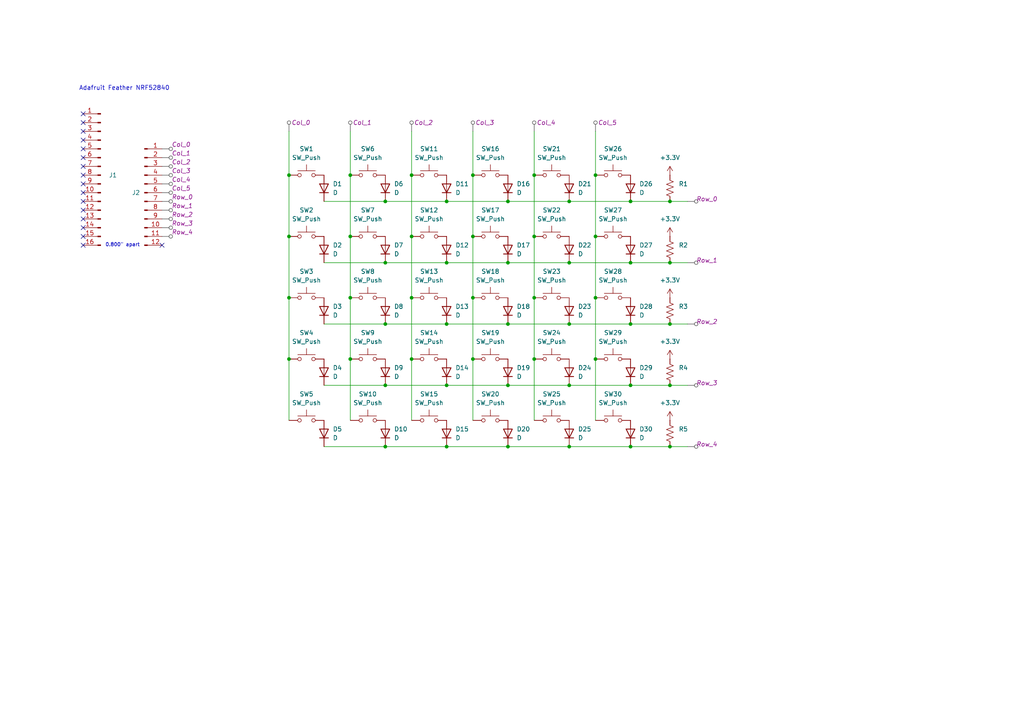
<source format=kicad_sch>
(kicad_sch (version 20231120) (generator "eeschema") (generator_version "8.0")
  (paper "A4")
  (lib_symbols
    (symbol "Connector:Conn_01x12_Pin" (pin_names (offset 1.016) hide)
      (property "Reference" "J" (at 0 15.24 0))
      (property "Value" "Conn_01x12_Pin" (at 0 -17.78 0))
      (symbol "Conn_01x12_Pin_1_1"
        (polyline (pts (xy 1.27 -15.24) (xy 0.8636 -15.24)) (stroke (width 0.1524)))
        (polyline (pts (xy 1.27 -12.7) (xy 0.8636 -12.7)) (stroke (width 0.1524)))
        (polyline (pts (xy 1.27 -10.16) (xy 0.8636 -10.16)) (stroke (width 0.1524)))
        (polyline (pts (xy 1.27 -7.62) (xy 0.8636 -7.62)) (stroke (width 0.1524)))
        (polyline (pts (xy 1.27 -5.08) (xy 0.8636 -5.08)) (stroke (width 0.1524)))
        (polyline (pts (xy 1.27 -2.54) (xy 0.8636 -2.54)) (stroke (width 0.1524)))
        (polyline (pts (xy 1.27 0) (xy 0.8636 0)) (stroke (width 0.1524)))
        (polyline (pts (xy 1.27 2.54) (xy 0.8636 2.54)) (stroke (width 0.1524)))
        (polyline (pts (xy 1.27 5.08) (xy 0.8636 5.08)) (stroke (width 0.1524)))
        (polyline (pts (xy 1.27 7.62) (xy 0.8636 7.62)) (stroke (width 0.1524)))
        (polyline (pts (xy 1.27 10.16) (xy 0.8636 10.16)) (stroke (width 0.1524)))
        (polyline (pts (xy 1.27 12.7) (xy 0.8636 12.7)) (stroke (width 0.1524)))
        (rectangle (start 0.8636 -15.113) (end 0 -15.367) (stroke (width 0.1524)) (fill (type outline)))
        (rectangle (start 0.8636 -12.573) (end 0 -12.827) (stroke (width 0.1524)) (fill (type outline)))
        (rectangle (start 0.8636 -10.033) (end 0 -10.287) (stroke (width 0.1524)) (fill (type outline)))
        (rectangle (start 0.8636 -7.493) (end 0 -7.747) (stroke (width 0.1524)) (fill (type outline)))
        (rectangle (start 0.8636 -4.953) (end 0 -5.207) (stroke (width 0.1524)) (fill (type outline)))
        (rectangle (start 0.8636 -2.413) (end 0 -2.667) (stroke (width 0.1524)) (fill (type outline)))
        (rectangle (start 0.8636 0.127) (end 0 -0.127) (stroke (width 0.1524)) (fill (type outline)))
        (rectangle (start 0.8636 2.667) (end 0 2.413) (stroke (width 0.1524)) (fill (type outline)))
        (rectangle (start 0.8636 5.207) (end 0 4.953) (stroke (width 0.1524)) (fill (type outline)))
        (rectangle (start 0.8636 7.747) (end 0 7.493) (stroke (width 0.1524)) (fill (type outline)))
        (rectangle (start 0.8636 10.287) (end 0 10.033) (stroke (width 0.1524)) (fill (type outline)))
        (rectangle (start 0.8636 12.827) (end 0 12.573) (stroke (width 0.1524)) (fill (type outline)))
        (pin passive line (at 5.08 12.7 180) (length 3.81) (name "Pin_1") (number "1"))
        (pin passive line (at 5.08 -10.16 180) (length 3.81) (name "Pin_10") (number "10"))
        (pin passive line (at 5.08 -12.7 180) (length 3.81) (name "Pin_11") (number "11"))
        (pin passive line (at 5.08 -15.24 180) (length 3.81) (name "Pin_12") (number "12"))
        (pin passive line (at 5.08 10.16 180) (length 3.81) (name "Pin_2") (number "2"))
        (pin passive line (at 5.08 7.62 180) (length 3.81) (name "Pin_3") (number "3"))
        (pin passive line (at 5.08 5.08 180) (length 3.81) (name "Pin_4") (number "4"))
        (pin passive line (at 5.08 2.54 180) (length 3.81) (name "Pin_5") (number "5"))
        (pin passive line (at 5.08 0 180) (length 3.81) (name "Pin_6") (number "6"))
        (pin passive line (at 5.08 -2.54 180) (length 3.81) (name "Pin_7") (number "7"))
        (pin passive line (at 5.08 -5.08 180) (length 3.81) (name "Pin_8") (number "8"))
        (pin passive line (at 5.08 -7.62 180) (length 3.81) (name "Pin_9") (number "9"))
      )
    )
    (symbol "Connector:Conn_01x16_Pin" (pin_names (offset 1.016) hide)
      (property "Reference" "J" (at 0 20.32 0))
      (property "Value" "Conn_01x16_Pin" (at 0 -22.86 0))
      (symbol "Conn_01x16_Pin_1_1"
        (polyline (pts (xy 1.27 -20.32) (xy 0.8636 -20.32)) (stroke (width 0.1524)))
        (polyline (pts (xy 1.27 -17.78) (xy 0.8636 -17.78)) (stroke (width 0.1524)))
        (polyline (pts (xy 1.27 -15.24) (xy 0.8636 -15.24)) (stroke (width 0.1524)))
        (polyline (pts (xy 1.27 -12.7) (xy 0.8636 -12.7)) (stroke (width 0.1524)))
        (polyline (pts (xy 1.27 -10.16) (xy 0.8636 -10.16)) (stroke (width 0.1524)))
        (polyline (pts (xy 1.27 -7.62) (xy 0.8636 -7.62)) (stroke (width 0.1524)))
        (polyline (pts (xy 1.27 -5.08) (xy 0.8636 -5.08)) (stroke (width 0.1524)))
        (polyline (pts (xy 1.27 -2.54) (xy 0.8636 -2.54)) (stroke (width 0.1524)))
        (polyline (pts (xy 1.27 0) (xy 0.8636 0)) (stroke (width 0.1524)))
        (polyline (pts (xy 1.27 2.54) (xy 0.8636 2.54)) (stroke (width 0.1524)))
        (polyline (pts (xy 1.27 5.08) (xy 0.8636 5.08)) (stroke (width 0.1524)))
        (polyline (pts (xy 1.27 7.62) (xy 0.8636 7.62)) (stroke (width 0.1524)))
        (polyline (pts (xy 1.27 10.16) (xy 0.8636 10.16)) (stroke (width 0.1524)))
        (polyline (pts (xy 1.27 12.7) (xy 0.8636 12.7)) (stroke (width 0.1524)))
        (polyline (pts (xy 1.27 15.24) (xy 0.8636 15.24)) (stroke (width 0.1524)))
        (polyline (pts (xy 1.27 17.78) (xy 0.8636 17.78)) (stroke (width 0.1524)))
        (rectangle (start 0.8636 -20.193) (end 0 -20.447) (stroke (width 0.1524)) (fill (type outline)))
        (rectangle (start 0.8636 -17.653) (end 0 -17.907) (stroke (width 0.1524)) (fill (type outline)))
        (rectangle (start 0.8636 -15.113) (end 0 -15.367) (stroke (width 0.1524)) (fill (type outline)))
        (rectangle (start 0.8636 -12.573) (end 0 -12.827) (stroke (width 0.1524)) (fill (type outline)))
        (rectangle (start 0.8636 -10.033) (end 0 -10.287) (stroke (width 0.1524)) (fill (type outline)))
        (rectangle (start 0.8636 -7.493) (end 0 -7.747) (stroke (width 0.1524)) (fill (type outline)))
        (rectangle (start 0.8636 -4.953) (end 0 -5.207) (stroke (width 0.1524)) (fill (type outline)))
        (rectangle (start 0.8636 -2.413) (end 0 -2.667) (stroke (width 0.1524)) (fill (type outline)))
        (rectangle (start 0.8636 0.127) (end 0 -0.127) (stroke (width 0.1524)) (fill (type outline)))
        (rectangle (start 0.8636 2.667) (end 0 2.413) (stroke (width 0.1524)) (fill (type outline)))
        (rectangle (start 0.8636 5.207) (end 0 4.953) (stroke (width 0.1524)) (fill (type outline)))
        (rectangle (start 0.8636 7.747) (end 0 7.493) (stroke (width 0.1524)) (fill (type outline)))
        (rectangle (start 0.8636 10.287) (end 0 10.033) (stroke (width 0.1524)) (fill (type outline)))
        (rectangle (start 0.8636 12.827) (end 0 12.573) (stroke (width 0.1524)) (fill (type outline)))
        (rectangle (start 0.8636 15.367) (end 0 15.113) (stroke (width 0.1524)) (fill (type outline)))
        (rectangle (start 0.8636 17.907) (end 0 17.653) (stroke (width 0.1524)) (fill (type outline)))
        (pin passive line (at 5.08 17.78 180) (length 3.81) (name "Pin_1") (number "1"))
        (pin passive line (at 5.08 -5.08 180) (length 3.81) (name "Pin_10") (number "10"))
        (pin passive line (at 5.08 -7.62 180) (length 3.81) (name "Pin_11") (number "11"))
        (pin passive line (at 5.08 -10.16 180) (length 3.81) (name "Pin_12") (number "12"))
        (pin passive line (at 5.08 -12.7 180) (length 3.81) (name "Pin_13") (number "13"))
        (pin passive line (at 5.08 -15.24 180) (length 3.81) (name "Pin_14") (number "14"))
        (pin passive line (at 5.08 -17.78 180) (length 3.81) (name "Pin_15") (number "15"))
        (pin passive line (at 5.08 -20.32 180) (length 3.81) (name "Pin_16") (number "16"))
        (pin passive line (at 5.08 15.24 180) (length 3.81) (name "Pin_2") (number "2"))
        (pin passive line (at 5.08 12.7 180) (length 3.81) (name "Pin_3") (number "3"))
        (pin passive line (at 5.08 10.16 180) (length 3.81) (name "Pin_4") (number "4"))
        (pin passive line (at 5.08 7.62 180) (length 3.81) (name "Pin_5") (number "5"))
        (pin passive line (at 5.08 5.08 180) (length 3.81) (name "Pin_6") (number "6"))
        (pin passive line (at 5.08 2.54 180) (length 3.81) (name "Pin_7") (number "7"))
        (pin passive line (at 5.08 0 180) (length 3.81) (name "Pin_8") (number "8"))
        (pin passive line (at 5.08 -2.54 180) (length 3.81) (name "Pin_9") (number "9"))
      )
    )
    (symbol "Device:D" (pin_numbers hide) (pin_names (offset 1.016) hide)
      (property "Reference" "D" (at 0 2.54 0))
      (property "Value" "D" (at 0 -2.54 0))
      (symbol "D_0_1"
        (polyline (pts (xy -1.27 1.27) (xy -1.27 -1.27)) (stroke (width 0.254)))
        (polyline (pts (xy 1.27 0) (xy -1.27 0)))
        (polyline (pts (xy 1.27 1.27) (xy 1.27 -1.27) (xy -1.27 0) (xy 1.27 1.27)) (stroke (width 0.254)))
      )
      (symbol "D_1_1"
        (pin passive line (at -3.81 0 0) (length 2.54) (name "K") (number "1"))
        (pin passive line (at 3.81 0 180) (length 2.54) (name "A") (number "2"))
      )
    )
    (symbol "Device:R_US" (pin_numbers hide) (pin_names (offset 0))
      (property "Reference" "R" (at 2.54 0 90))
      (property "Value" "R_US" (at -2.54 0 90))
      (symbol "R_US_0_1"
        (polyline (pts (xy 0 -2.286) (xy 0 -2.54)))
        (polyline (pts (xy 0 2.286) (xy 0 2.54)))
        (polyline (pts (xy 0 -0.762) (xy 1.016 -1.143) (xy 0 -1.524) (xy -1.016 -1.905) (xy 0 -2.286)))
        (polyline (pts (xy 0 0.762) (xy 1.016 0.381) (xy 0 0) (xy -1.016 -0.381) (xy 0 -0.762)))
        (polyline (pts (xy 0 2.286) (xy 1.016 1.905) (xy 0 1.524) (xy -1.016 1.143) (xy 0 0.762)))
      )
      (symbol "R_US_1_1"
        (pin passive line (at 0 3.81 270) (length 1.27) (name "~") (number "1"))
        (pin passive line (at 0 -3.81 90) (length 1.27) (name "~") (number "2"))
      )
    )
    (symbol "Switch:SW_Push" (pin_numbers hide) (pin_names (offset 1.016) hide)
      (property "Reference" "SW" (at 1.27 2.54 0))
      (property "Value" "SW_Push" (at 0 -1.524 0))
      (symbol "SW_Push_0_1"
        (circle (center -2.032 0) (radius 0.508))
        (polyline (pts (xy 0 1.27) (xy 0 3.048)))
        (polyline (pts (xy 2.54 1.27) (xy -2.54 1.27)))
        (circle (center 2.032 0) (radius 0.508))
        (pin passive line (at -5.08 0 0) (length 2.54) (name "1") (number "1"))
        (pin passive line (at 5.08 0 180) (length 2.54) (name "2") (number "2"))
      )
    )
    (symbol "power:+3.3V" (power) (pin_numbers hide) (pin_names (offset 0) hide)
      (property "Value" "+3.3V" (at 0 3.556 0))
      (symbol "+3.3V_0_1"
        (polyline (pts (xy -0.762 1.27) (xy 0 2.54)))
        (polyline (pts (xy 0 0) (xy 0 2.54)))
        (polyline (pts (xy 0 2.54) (xy 0.762 1.27)))
      )
      (symbol "+3.3V_1_1"
        (pin power_in line (at 0 0 90) (length 0) (name "~") (number "1"))
      )
    )
  )
  (junction (at 111.76 93.98))
  (junction (at 194.31 111.76))
  (junction (at 119.38 86.36))
  (junction (at 129.54 111.76))
  (junction (at 165.1 76.2))
  (junction (at 111.76 129.54))
  (junction (at 147.32 111.76))
  (junction (at 147.32 76.2))
  (junction (at 182.88 58.42))
  (junction (at 182.88 129.54))
  (junction (at 194.31 76.2))
  (junction (at 182.88 93.98))
  (junction (at 182.88 76.2))
  (junction (at 165.1 111.76))
  (junction (at 154.94 50.8))
  (junction (at 147.32 129.54))
  (junction (at 101.6 104.14))
  (junction (at 111.76 76.2))
  (junction (at 129.54 58.42))
  (junction (at 83.82 50.8))
  (junction (at 101.6 50.8))
  (junction (at 101.6 68.58))
  (junction (at 83.82 86.36))
  (junction (at 147.32 58.42))
  (junction (at 83.82 104.14))
  (junction (at 119.38 50.8))
  (junction (at 137.16 104.14))
  (junction (at 101.6 86.36))
  (junction (at 172.72 68.58))
  (junction (at 137.16 68.58))
  (junction (at 129.54 76.2))
  (junction (at 165.1 93.98))
  (junction (at 172.72 104.14))
  (junction (at 119.38 104.14))
  (junction (at 154.94 68.58))
  (junction (at 137.16 50.8))
  (junction (at 111.76 58.42))
  (junction (at 129.54 129.54))
  (junction (at 154.94 104.14))
  (junction (at 129.54 93.98))
  (junction (at 111.76 111.76))
  (junction (at 172.72 86.36))
  (junction (at 147.32 93.98))
  (junction (at 194.31 93.98))
  (junction (at 165.1 58.42))
  (junction (at 172.72 50.8))
  (junction (at 194.31 58.42))
  (junction (at 83.82 68.58))
  (junction (at 119.38 68.58))
  (junction (at 182.88 111.76))
  (junction (at 137.16 86.36))
  (junction (at 165.1 129.54))
  (junction (at 194.31 129.54))
  (junction (at 154.94 86.36))
  (no_connect (at 46.99 71.12))
  (no_connect (at 24.13 35.56))
  (no_connect (at 24.13 50.8))
  (no_connect (at 24.13 40.64))
  (no_connect (at 24.13 38.1))
  (no_connect (at 24.13 55.88))
  (no_connect (at 24.13 53.34))
  (no_connect (at 24.13 45.72))
  (no_connect (at 24.13 60.96))
  (no_connect (at 24.13 63.5))
  (no_connect (at 24.13 68.58))
  (no_connect (at 24.13 66.04))
  (no_connect (at 24.13 43.18))
  (no_connect (at 24.13 48.26))
  (no_connect (at 24.13 33.02))
  (no_connect (at 24.13 71.12))
  (no_connect (at 24.13 58.42))
  (wire (pts (xy 147.32 93.98) (xy 165.1 93.98)))
  (wire (pts (xy 101.6 50.8) (xy 101.6 68.58)))
  (wire (pts (xy 111.76 93.98) (xy 129.54 93.98)))
  (wire (pts (xy 194.31 129.54) (xy 182.88 129.54)))
  (wire (pts (xy 165.1 76.2) (xy 182.88 76.2)))
  (wire (pts (xy 129.54 129.54) (xy 147.32 129.54)))
  (wire (pts (xy 154.94 86.36) (xy 154.94 104.14)))
  (wire (pts (xy 199.39 76.2) (xy 194.31 76.2)))
  (wire (pts (xy 111.76 129.54) (xy 129.54 129.54)))
  (wire (pts (xy 119.38 68.58) (xy 119.38 86.36)))
  (wire (pts (xy 101.6 104.14) (xy 101.6 121.92)))
  (wire (pts (xy 137.16 68.58) (xy 137.16 86.36)))
  (wire (pts (xy 129.54 93.98) (xy 147.32 93.98)))
  (wire (pts (xy 172.72 50.8) (xy 172.72 68.58)))
  (wire (pts (xy 93.98 111.76) (xy 111.76 111.76)))
  (wire (pts (xy 93.98 129.54) (xy 111.76 129.54)))
  (wire (pts (xy 154.94 104.14) (xy 154.94 121.92)))
  (wire (pts (xy 93.98 76.2) (xy 111.76 76.2)))
  (wire (pts (xy 194.31 93.98) (xy 182.88 93.98)))
  (wire (pts (xy 194.31 111.76) (xy 182.88 111.76)))
  (wire (pts (xy 147.32 76.2) (xy 165.1 76.2)))
  (wire (pts (xy 129.54 111.76) (xy 147.32 111.76)))
  (wire (pts (xy 172.72 104.14) (xy 172.72 121.92)))
  (wire (pts (xy 83.82 86.36) (xy 83.82 104.14)))
  (wire (pts (xy 147.32 111.76) (xy 165.1 111.76)))
  (wire (pts (xy 119.38 50.8) (xy 119.38 68.58)))
  (wire (pts (xy 83.82 50.8) (xy 83.82 68.58)))
  (wire (pts (xy 111.76 58.42) (xy 129.54 58.42)))
  (wire (pts (xy 172.72 86.36) (xy 172.72 104.14)))
  (wire (pts (xy 129.54 76.2) (xy 147.32 76.2)))
  (wire (pts (xy 93.98 93.98) (xy 111.76 93.98)))
  (wire (pts (xy 111.76 76.2) (xy 129.54 76.2)))
  (wire (pts (xy 199.39 93.98) (xy 194.31 93.98)))
  (wire (pts (xy 154.94 50.8) (xy 154.94 68.58)))
  (wire (pts (xy 165.1 58.42) (xy 182.88 58.42)))
  (wire (pts (xy 165.1 111.76) (xy 182.88 111.76)))
  (wire (pts (xy 101.6 38.1) (xy 101.6 50.8)))
  (wire (pts (xy 147.32 58.42) (xy 165.1 58.42)))
  (wire (pts (xy 119.38 38.1) (xy 119.38 50.8)))
  (wire (pts (xy 194.31 58.42) (xy 199.39 58.42)))
  (wire (pts (xy 172.72 38.1) (xy 172.72 50.8)))
  (wire (pts (xy 111.76 111.76) (xy 129.54 111.76)))
  (wire (pts (xy 154.94 68.58) (xy 154.94 86.36)))
  (wire (pts (xy 83.82 38.1) (xy 83.82 50.8)))
  (wire (pts (xy 165.1 129.54) (xy 182.88 129.54)))
  (wire (pts (xy 199.39 111.76) (xy 194.31 111.76)))
  (wire (pts (xy 137.16 104.14) (xy 137.16 121.92)))
  (wire (pts (xy 194.31 76.2) (xy 182.88 76.2)))
  (wire (pts (xy 93.98 58.42) (xy 111.76 58.42)))
  (wire (pts (xy 199.39 129.54) (xy 194.31 129.54)))
  (wire (pts (xy 172.72 68.58) (xy 172.72 86.36)))
  (wire (pts (xy 119.38 86.36) (xy 119.38 104.14)))
  (wire (pts (xy 137.16 38.1) (xy 137.16 50.8)))
  (wire (pts (xy 119.38 104.14) (xy 119.38 121.92)))
  (wire (pts (xy 101.6 68.58) (xy 101.6 86.36)))
  (wire (pts (xy 147.32 129.54) (xy 165.1 129.54)))
  (wire (pts (xy 165.1 93.98) (xy 182.88 93.98)))
  (wire (pts (xy 83.82 104.14) (xy 83.82 121.92)))
  (wire (pts (xy 83.82 68.58) (xy 83.82 86.36)))
  (wire (pts (xy 101.6 86.36) (xy 101.6 104.14)))
  (wire (pts (xy 137.16 50.8) (xy 137.16 68.58)))
  (wire (pts (xy 129.54 58.42) (xy 147.32 58.42)))
  (wire (pts (xy 182.88 58.42) (xy 194.31 58.42)))
  (wire (pts (xy 154.94 38.1) (xy 154.94 50.8)))
  (wire (pts (xy 137.16 86.36) (xy 137.16 104.14)))
  (text "0.800\" apart" (at 35.56 71.12 0) (effects (font (size 1.016 1.016))))
  (text "Adafruit Feather NRF52840" (at 36.068 25.654 0) (effects (font (size 1.27 1.27))))
  (netclass_flag "" (length 2.54) (shape round) (at 46.99 53.34 270) (property "Netclass" "Col_4" (at 49.784 52.07 0) (effects (font (italic yes)) (justify left))))
  (netclass_flag "" (length 2.54) (shape round) (at 172.72 38.1 0) (property "Netclass" "Col_5" (at 173.4185 35.56 0) (effects (font (italic yes)) (justify left))))
  (netclass_flag "" (length 2.54) (shape round) (at 119.38 38.1 0) (property "Netclass" "Col_2" (at 120.0785 35.56 0) (effects (font (italic yes)) (justify left))))
  (netclass_flag "" (length 2.54) (shape round) (at 137.16 38.1 0) (property "Netclass" "Col_3" (at 137.8585 35.56 0) (effects (font (italic yes)) (justify left))))
  (netclass_flag "" (length 2.54) (shape round) (at 46.99 45.72 270) (property "Netclass" "Col_1" (at 49.784 44.45 0) (effects (font (italic yes)) (justify left))))
  (netclass_flag "" (length 2.54) (shape round) (at 199.39 58.42 270) (property "Netclass" "Row_0" (at 201.93 57.7215 0) (effects (font (italic yes)) (justify left))))
  (netclass_flag "" (length 2.54) (shape round) (at 199.39 76.2 270) (property "Netclass" "Row_1" (at 201.93 75.5015 0) (effects (font (italic yes)) (justify left))))
  (netclass_flag "" (length 2.54) (shape round) (at 46.99 60.96 270) (property "Netclass" "Row_1" (at 49.784 59.69 0) (effects (font (italic yes)) (justify left))))
  (netclass_flag "" (length 2.54) (shape round) (at 199.39 129.54 270) (property "Netclass" "Row_4" (at 201.93 128.8415 0) (effects (font (italic yes)) (justify left))))
  (netclass_flag "" (length 2.54) (shape round) (at 46.99 66.04 270) (property "Netclass" "Row_3" (at 49.784 64.77 0) (effects (font (italic yes)) (justify left))))
  (netclass_flag "" (length 2.54) (shape round) (at 46.99 58.42 270) (property "Netclass" "Row_0" (at 49.784 57.15 0) (effects (font (italic yes)) (justify left))))
  (netclass_flag "" (length 2.54) (shape round) (at 46.99 68.58 270) (property "Netclass" "Row_4" (at 49.784 67.31 0) (effects (font (italic yes)) (justify left))))
  (netclass_flag "" (length 2.54) (shape round) (at 101.6 38.1 0) (property "Netclass" "Col_1" (at 102.2985 35.56 0) (effects (font (italic yes)) (justify left))))
  (netclass_flag "" (length 2.54) (shape round) (at 46.99 50.8 270) (property "Netclass" "Col_3" (at 49.784 49.53 0) (effects (font (italic yes)) (justify left))))
  (netclass_flag "" (length 2.54) (shape round) (at 83.82 38.1 0) (property "Netclass" "Col_0" (at 84.5185 35.56 0) (effects (font (italic yes)) (justify left))))
  (netclass_flag "" (length 2.54) (shape round) (at 199.39 111.76 270) (property "Netclass" "Row_3" (at 201.93 111.0615 0) (effects (font (italic yes)) (justify left))))
  (netclass_flag "" (length 2.54) (shape round) (at 46.99 43.18 270) (property "Netclass" "Col_0" (at 49.784 41.91 0) (effects (font (italic yes)) (justify left))))
  (netclass_flag "" (length 2.54) (shape round) (at 154.94 38.1 0) (property "Netclass" "Col_4" (at 155.6385 35.56 0) (effects (font (italic yes)) (justify left))))
  (netclass_flag "" (length 2.54) (shape round) (at 199.39 93.98 270) (property "Netclass" "Row_2" (at 201.93 93.2815 0) (effects (font (italic yes)) (justify left))))
  (netclass_flag "" (length 2.54) (shape round) (at 46.99 55.88 270) (property "Netclass" "Col_5" (at 49.784 54.61 0) (effects (font (italic yes)) (justify left))))
  (netclass_flag "" (length 2.54) (shape round) (at 46.99 63.5 270) (property "Netclass" "Row_2" (at 49.784 62.23 0) (effects (font (italic yes)) (justify left))))
  (netclass_flag "" (length 2.54) (shape round) (at 46.99 48.26 270) (property "Netclass" "Col_2" (at 49.784 46.99 0) (effects (font (italic yes)) (justify left))))
  (symbol (lib_id "Device:D") (at 182.88 107.95 90) (unit 1)
    (property "Reference" "D29" (at 185.42 106.6799 90) (effects (justify right)))
    (property "Value" "D" (at 185.42 109.2199 90) (effects (justify right)))
    (property "Footprint" "Diode_SMD:Nexperia_CFP3_SOD-123W" (effects (hide yes)))
    (property "Description" "Diode" (effects (hide yes)))
    (property "Sim.Device" "D" (effects (hide yes)))
    (property "Sim.Pins" "1=K 2=A" (effects (hide yes)))
  )
  (symbol (lib_id "Switch:SW_Push") (at 88.9 68.58 0) (unit 1)
    (property "Reference" "SW2" (at 88.9 60.96 0))
    (property "Value" "SW_Push" (at 88.9 63.5 0))
    (property "Footprint" "Button_Switch_Keyboard:SW_Cherry_MX_1.00u_PCB" (effects (hide yes)))
    (property "Description" "Push button switch, generic, two pins" (effects (hide yes)))
  )
  (symbol (lib_id "Switch:SW_Push") (at 160.02 68.58 0) (unit 1)
    (property "Reference" "SW22" (at 160.02 60.96 0))
    (property "Value" "SW_Push" (at 160.02 63.5 0))
    (property "Footprint" "Button_Switch_Keyboard:SW_Cherry_MX_1.00u_PCB" (effects (hide yes)))
    (property "Description" "Push button switch, generic, two pins" (effects (hide yes)))
  )
  (symbol (lib_id "Device:D") (at 111.76 90.17 90) (unit 1)
    (property "Reference" "D8" (at 114.3 88.8999 90) (effects (justify right)))
    (property "Value" "D" (at 114.3 91.4399 90) (effects (justify right)))
    (property "Footprint" "Diode_SMD:Nexperia_CFP3_SOD-123W" (effects (hide yes)))
    (property "Description" "Diode" (effects (hide yes)))
    (property "Sim.Device" "D" (effects (hide yes)))
    (property "Sim.Pins" "1=K 2=A" (effects (hide yes)))
  )
  (symbol (lib_id "Device:R_US") (at 194.31 90.17 0) (unit 1)
    (property "Reference" "R3" (at 196.85 88.8999 0) (effects (justify left)))
    (property "Value" "R_US" (effects (hide yes)))
    (property "Footprint" "Resistor_SMD:R_0603_1608Metric" (effects (hide yes)))
    (property "Description" "Resistor, US symbol" (effects (hide yes)))
  )
  (symbol (lib_id "Device:D") (at 147.32 54.61 90) (unit 1)
    (property "Reference" "D16" (at 149.86 53.3399 90) (effects (justify right)))
    (property "Value" "D" (at 149.86 55.8799 90) (effects (justify right)))
    (property "Footprint" "Diode_SMD:Nexperia_CFP3_SOD-123W" (effects (hide yes)))
    (property "Description" "Diode" (effects (hide yes)))
    (property "Sim.Device" "D" (effects (hide yes)))
    (property "Sim.Pins" "1=K 2=A" (effects (hide yes)))
  )
  (symbol (lib_id "Device:D") (at 93.98 90.17 90) (unit 1)
    (property "Reference" "D3" (at 96.52 88.8999 90) (effects (justify right)))
    (property "Value" "D" (at 96.52 91.4399 90) (effects (justify right)))
    (property "Footprint" "Diode_SMD:Nexperia_CFP3_SOD-123W" (effects (hide yes)))
    (property "Description" "Diode" (effects (hide yes)))
    (property "Sim.Device" "D" (effects (hide yes)))
    (property "Sim.Pins" "1=K 2=A" (effects (hide yes)))
  )
  (symbol (lib_id "Device:D") (at 111.76 125.73 90) (unit 1)
    (property "Reference" "D10" (at 114.3 124.4599 90) (effects (justify right)))
    (property "Value" "D" (at 114.3 126.9999 90) (effects (justify right)))
    (property "Footprint" "Diode_SMD:Nexperia_CFP3_SOD-123W" (effects (hide yes)))
    (property "Description" "Diode" (effects (hide yes)))
    (property "Sim.Device" "D" (effects (hide yes)))
    (property "Sim.Pins" "1=K 2=A" (effects (hide yes)))
  )
  (symbol (lib_id "Connector:Conn_01x16_Pin") (at 29.21 50.8 0) (mirror y) (unit 1)
    (property "Reference" "J1" (at 32.766 50.8 0))
    (property "Value" "Adafruit_Feather_16_pin" (effects (hide yes)))
    (property "Footprint" "Connector_PinSocket_2.54mm:PinSocket_1x16_P2.54mm_Vertical" (effects (hide yes)))
    (property "Description" "Generic connector, single row, 01x16, script generated" (effects (hide yes)))
  )
  (symbol (lib_id "Device:R_US") (at 194.31 125.73 0) (unit 1)
    (property "Reference" "R5" (at 196.85 124.4599 0) (effects (justify left)))
    (property "Value" "R_US" (effects (hide yes)))
    (property "Footprint" "Resistor_SMD:R_0603_1608Metric" (effects (hide yes)))
    (property "Description" "Resistor, US symbol" (effects (hide yes)))
  )
  (symbol (lib_id "Device:D") (at 182.88 90.17 90) (unit 1)
    (property "Reference" "D28" (at 185.42 88.8999 90) (effects (justify right)))
    (property "Value" "D" (at 185.42 91.4399 90) (effects (justify right)))
    (property "Footprint" "Diode_SMD:Nexperia_CFP3_SOD-123W" (effects (hide yes)))
    (property "Description" "Diode" (effects (hide yes)))
    (property "Sim.Device" "D" (effects (hide yes)))
    (property "Sim.Pins" "1=K 2=A" (effects (hide yes)))
  )
  (symbol (lib_id "Device:D") (at 165.1 125.73 90) (unit 1)
    (property "Reference" "D25" (at 167.64 124.4599 90) (effects (justify right)))
    (property "Value" "D" (at 167.64 126.9999 90) (effects (justify right)))
    (property "Footprint" "Diode_SMD:Nexperia_CFP3_SOD-123W" (effects (hide yes)))
    (property "Description" "Diode" (effects (hide yes)))
    (property "Sim.Device" "D" (effects (hide yes)))
    (property "Sim.Pins" "1=K 2=A" (effects (hide yes)))
  )
  (symbol (lib_id "Switch:SW_Push") (at 177.8 68.58 0) (unit 1)
    (property "Reference" "SW27" (at 177.8 60.96 0))
    (property "Value" "SW_Push" (at 177.8 63.5 0))
    (property "Footprint" "Button_Switch_Keyboard:SW_Cherry_MX_1.00u_PCB" (effects (hide yes)))
    (property "Description" "Push button switch, generic, two pins" (effects (hide yes)))
  )
  (symbol (lib_id "Switch:SW_Push") (at 142.24 121.92 0) (unit 1)
    (property "Reference" "SW20" (at 142.24 114.3 0))
    (property "Value" "SW_Push" (at 142.24 116.84 0))
    (property "Footprint" "Button_Switch_Keyboard:SW_Cherry_MX_1.00u_PCB" (effects (hide yes)))
    (property "Description" "Push button switch, generic, two pins" (effects (hide yes)))
  )
  (symbol (lib_id "Switch:SW_Push") (at 88.9 104.14 0) (unit 1)
    (property "Reference" "SW4" (at 88.9 96.52 0))
    (property "Value" "SW_Push" (at 88.9 99.06 0))
    (property "Footprint" "Button_Switch_Keyboard:SW_Cherry_MX_1.00u_PCB" (effects (hide yes)))
    (property "Description" "Push button switch, generic, two pins" (effects (hide yes)))
  )
  (symbol (lib_id "Switch:SW_Push") (at 88.9 121.92 0) (unit 1)
    (property "Reference" "SW5" (at 88.9 114.3 0))
    (property "Value" "SW_Push" (at 88.9 116.84 0))
    (property "Footprint" "Button_Switch_Keyboard:SW_Cherry_MX_1.00u_PCB" (effects (hide yes)))
    (property "Description" "Push button switch, generic, two pins" (effects (hide yes)))
  )
  (symbol (lib_id "Switch:SW_Push") (at 142.24 86.36 0) (unit 1)
    (property "Reference" "SW18" (at 142.24 78.74 0))
    (property "Value" "SW_Push" (at 142.24 81.28 0))
    (property "Footprint" "Button_Switch_Keyboard:SW_Cherry_MX_1.00u_PCB" (effects (hide yes)))
    (property "Description" "Push button switch, generic, two pins" (effects (hide yes)))
  )
  (symbol (lib_id "Device:D") (at 165.1 107.95 90) (unit 1)
    (property "Reference" "D24" (at 167.64 106.6799 90) (effects (justify right)))
    (property "Value" "D" (at 167.64 109.2199 90) (effects (justify right)))
    (property "Footprint" "Diode_SMD:Nexperia_CFP3_SOD-123W" (effects (hide yes)))
    (property "Description" "Diode" (effects (hide yes)))
    (property "Sim.Device" "D" (effects (hide yes)))
    (property "Sim.Pins" "1=K 2=A" (effects (hide yes)))
  )
  (symbol (lib_id "Device:D") (at 111.76 54.61 90) (unit 1)
    (property "Reference" "D6" (at 114.3 53.3399 90) (effects (justify right)))
    (property "Value" "D" (at 114.3 55.8799 90) (effects (justify right)))
    (property "Footprint" "Diode_SMD:Nexperia_CFP3_SOD-123W" (effects (hide yes)))
    (property "Description" "Diode" (effects (hide yes)))
    (property "Sim.Device" "D" (effects (hide yes)))
    (property "Sim.Pins" "1=K 2=A" (effects (hide yes)))
  )
  (symbol (lib_id "Switch:SW_Push") (at 160.02 50.8 0) (unit 1)
    (property "Reference" "SW21" (at 160.02 43.18 0))
    (property "Value" "SW_Push" (at 160.02 45.72 0))
    (property "Footprint" "Button_Switch_Keyboard:SW_Cherry_MX_1.00u_PCB" (effects (hide yes)))
    (property "Description" "Push button switch, generic, two pins" (effects (hide yes)))
  )
  (symbol (lib_id "Device:D") (at 93.98 107.95 90) (unit 1)
    (property "Reference" "D4" (at 96.52 106.6799 90) (effects (justify right)))
    (property "Value" "D" (at 96.52 109.2199 90) (effects (justify right)))
    (property "Footprint" "Diode_SMD:Nexperia_CFP3_SOD-123W" (effects (hide yes)))
    (property "Description" "Diode" (effects (hide yes)))
    (property "Sim.Device" "D" (effects (hide yes)))
    (property "Sim.Pins" "1=K 2=A" (effects (hide yes)))
  )
  (symbol (lib_id "Switch:SW_Push") (at 124.46 121.92 0) (unit 1)
    (property "Reference" "SW15" (at 124.46 114.3 0))
    (property "Value" "SW_Push" (at 124.46 116.84 0))
    (property "Footprint" "Button_Switch_Keyboard:SW_Cherry_MX_1.00u_PCB" (effects (hide yes)))
    (property "Description" "Push button switch, generic, two pins" (effects (hide yes)))
  )
  (symbol (lib_id "Device:D") (at 165.1 72.39 90) (unit 1)
    (property "Reference" "D22" (at 167.64 71.1199 90) (effects (justify right)))
    (property "Value" "D" (at 167.64 73.6599 90) (effects (justify right)))
    (property "Footprint" "Diode_SMD:Nexperia_CFP3_SOD-123W" (effects (hide yes)))
    (property "Description" "Diode" (effects (hide yes)))
    (property "Sim.Device" "D" (effects (hide yes)))
    (property "Sim.Pins" "1=K 2=A" (effects (hide yes)))
  )
  (symbol (lib_id "power:+3.3V") (at 194.31 50.8 0) (unit 1)
    (property "Reference" "#PWR01" (effects (hide yes)))
    (property "Value" "+3.3V" (at 194.31 45.72 0))
    (property "Description" "Power symbol creates a global label with name \"+3.3V\"" (effects (hide yes)))
  )
  (symbol (lib_id "Switch:SW_Push") (at 177.8 104.14 0) (unit 1)
    (property "Reference" "SW29" (at 177.8 96.52 0))
    (property "Value" "SW_Push" (at 177.8 99.06 0))
    (property "Footprint" "Button_Switch_Keyboard:SW_Cherry_MX_1.00u_PCB" (effects (hide yes)))
    (property "Description" "Push button switch, generic, two pins" (effects (hide yes)))
  )
  (symbol (lib_id "Connector:Conn_01x12_Pin") (at 41.91 55.88 0) (unit 1)
    (property "Reference" "J2" (at 40.64 55.8799 0) (effects (justify right)))
    (property "Value" "Adafruit_feather_12_pin" (effects (hide yes)))
    (property "Footprint" "Connector_PinHeader_2.54mm:PinHeader_1x12_P2.54mm_Vertical" (effects (hide yes)))
    (property "Description" "Generic connector, single row, 01x12, script generated" (effects (hide yes)))
  )
  (symbol (lib_id "Switch:SW_Push") (at 142.24 50.8 0) (unit 1)
    (property "Reference" "SW16" (at 142.24 43.18 0))
    (property "Value" "SW_Push" (at 142.24 45.72 0))
    (property "Footprint" "Button_Switch_Keyboard:SW_Cherry_MX_1.00u_PCB" (effects (hide yes)))
    (property "Description" "Push button switch, generic, two pins" (effects (hide yes)))
  )
  (symbol (lib_id "Device:R_US") (at 194.31 54.61 0) (unit 1)
    (property "Reference" "R1" (at 196.85 53.3399 0) (effects (justify left)))
    (property "Value" "R_US" (effects (hide yes)))
    (property "Footprint" "Resistor_SMD:R_0603_1608Metric" (effects (hide yes)))
    (property "Description" "Resistor, US symbol" (effects (hide yes)))
  )
  (symbol (lib_id "Switch:SW_Push") (at 160.02 86.36 0) (unit 1)
    (property "Reference" "SW23" (at 160.02 78.74 0))
    (property "Value" "SW_Push" (at 160.02 81.28 0))
    (property "Footprint" "Button_Switch_Keyboard:SW_Cherry_MX_1.00u_PCB" (effects (hide yes)))
    (property "Description" "Push button switch, generic, two pins" (effects (hide yes)))
  )
  (symbol (lib_id "Device:D") (at 129.54 125.73 90) (unit 1)
    (property "Reference" "D15" (at 132.08 124.4599 90) (effects (justify right)))
    (property "Value" "D" (at 132.08 126.9999 90) (effects (justify right)))
    (property "Footprint" "Diode_SMD:Nexperia_CFP3_SOD-123W" (effects (hide yes)))
    (property "Description" "Diode" (effects (hide yes)))
    (property "Sim.Device" "D" (effects (hide yes)))
    (property "Sim.Pins" "1=K 2=A" (effects (hide yes)))
  )
  (symbol (lib_id "Device:D") (at 165.1 90.17 90) (unit 1)
    (property "Reference" "D23" (at 167.64 88.8999 90) (effects (justify right)))
    (property "Value" "D" (at 167.64 91.4399 90) (effects (justify right)))
    (property "Footprint" "Diode_SMD:Nexperia_CFP3_SOD-123W" (effects (hide yes)))
    (property "Description" "Diode" (effects (hide yes)))
    (property "Sim.Device" "D" (effects (hide yes)))
    (property "Sim.Pins" "1=K 2=A" (effects (hide yes)))
  )
  (symbol (lib_id "Switch:SW_Push") (at 160.02 121.92 0) (unit 1)
    (property "Reference" "SW25" (at 160.02 114.3 0))
    (property "Value" "SW_Push" (at 160.02 116.84 0))
    (property "Footprint" "Button_Switch_Keyboard:SW_Cherry_MX_1.00u_PCB" (effects (hide yes)))
    (property "Description" "Push button switch, generic, two pins" (effects (hide yes)))
  )
  (symbol (lib_id "Switch:SW_Push") (at 177.8 86.36 0) (unit 1)
    (property "Reference" "SW28" (at 177.8 78.74 0))
    (property "Value" "SW_Push" (at 177.8 81.28 0))
    (property "Footprint" "Button_Switch_Keyboard:SW_Cherry_MX_1.00u_PCB" (effects (hide yes)))
    (property "Description" "Push button switch, generic, two pins" (effects (hide yes)))
  )
  (symbol (lib_id "Device:R_US") (at 194.31 107.95 0) (unit 1)
    (property "Reference" "R4" (at 196.85 106.6799 0) (effects (justify left)))
    (property "Value" "R_US" (effects (hide yes)))
    (property "Footprint" "Resistor_SMD:R_0603_1608Metric" (effects (hide yes)))
    (property "Description" "Resistor, US symbol" (effects (hide yes)))
  )
  (symbol (lib_id "Device:D") (at 165.1 54.61 90) (unit 1)
    (property "Reference" "D21" (at 167.64 53.3399 90) (effects (justify right)))
    (property "Value" "D" (at 167.64 55.8799 90) (effects (justify right)))
    (property "Footprint" "Diode_SMD:Nexperia_CFP3_SOD-123W" (effects (hide yes)))
    (property "Description" "Diode" (effects (hide yes)))
    (property "Sim.Device" "D" (effects (hide yes)))
    (property "Sim.Pins" "1=K 2=A" (effects (hide yes)))
  )
  (symbol (lib_id "Switch:SW_Push") (at 177.8 121.92 0) (unit 1)
    (property "Reference" "SW30" (at 177.8 114.3 0))
    (property "Value" "SW_Push" (at 177.8 116.84 0))
    (property "Footprint" "Button_Switch_Keyboard:SW_Cherry_MX_1.00u_PCB" (effects (hide yes)))
    (property "Description" "Push button switch, generic, two pins" (effects (hide yes)))
  )
  (symbol (lib_id "Switch:SW_Push") (at 106.68 104.14 0) (unit 1)
    (property "Reference" "SW9" (at 106.68 96.52 0))
    (property "Value" "SW_Push" (at 106.68 99.06 0))
    (property "Footprint" "Button_Switch_Keyboard:SW_Cherry_MX_1.00u_PCB" (effects (hide yes)))
    (property "Description" "Push button switch, generic, two pins" (effects (hide yes)))
  )
  (symbol (lib_id "Switch:SW_Push") (at 88.9 50.8 0) (unit 1)
    (property "Reference" "SW1" (at 88.9 43.18 0))
    (property "Value" "SW_Push" (at 88.9 45.72 0))
    (property "Footprint" "Button_Switch_Keyboard:SW_Cherry_MX_1.00u_PCB" (effects (hide yes)))
    (property "Description" "Push button switch, generic, two pins" (effects (hide yes)))
  )
  (symbol (lib_id "Switch:SW_Push") (at 142.24 104.14 0) (unit 1)
    (property "Reference" "SW19" (at 142.24 96.52 0))
    (property "Value" "SW_Push" (at 142.24 99.06 0))
    (property "Footprint" "Button_Switch_Keyboard:SW_Cherry_MX_1.00u_PCB" (effects (hide yes)))
    (property "Description" "Push button switch, generic, two pins" (effects (hide yes)))
  )
  (symbol (lib_id "Switch:SW_Push") (at 88.9 86.36 0) (unit 1)
    (property "Reference" "SW3" (at 88.9 78.74 0))
    (property "Value" "SW_Push" (at 88.9 81.28 0))
    (property "Footprint" "Button_Switch_Keyboard:SW_Cherry_MX_1.00u_PCB" (effects (hide yes)))
    (property "Description" "Push button switch, generic, two pins" (effects (hide yes)))
  )
  (symbol (lib_id "power:+3.3V") (at 194.31 86.36 0) (unit 1)
    (property "Reference" "#PWR03" (effects (hide yes)))
    (property "Value" "+3.3V" (at 194.31 81.28 0))
    (property "Description" "Power symbol creates a global label with name \"+3.3V\"" (effects (hide yes)))
  )
  (symbol (lib_id "Device:D") (at 147.32 107.95 90) (unit 1)
    (property "Reference" "D19" (at 149.86 106.6799 90) (effects (justify right)))
    (property "Value" "D" (at 149.86 109.2199 90) (effects (justify right)))
    (property "Footprint" "Diode_SMD:Nexperia_CFP3_SOD-123W" (effects (hide yes)))
    (property "Description" "Diode" (effects (hide yes)))
    (property "Sim.Device" "D" (effects (hide yes)))
    (property "Sim.Pins" "1=K 2=A" (effects (hide yes)))
  )
  (symbol (lib_id "power:+3.3V") (at 194.31 121.92 0) (unit 1)
    (property "Reference" "#PWR05" (effects (hide yes)))
    (property "Value" "+3.3V" (at 194.31 116.84 0))
    (property "Description" "Power symbol creates a global label with name \"+3.3V\"" (effects (hide yes)))
  )
  (symbol (lib_id "Switch:SW_Push") (at 177.8 50.8 0) (unit 1)
    (property "Reference" "SW26" (at 177.8 43.18 0))
    (property "Value" "SW_Push" (at 177.8 45.72 0))
    (property "Footprint" "Button_Switch_Keyboard:SW_Cherry_MX_1.00u_PCB" (effects (hide yes)))
    (property "Description" "Push button switch, generic, two pins" (effects (hide yes)))
  )
  (symbol (lib_id "Device:D") (at 93.98 125.73 90) (unit 1)
    (property "Reference" "D5" (at 96.52 124.4599 90) (effects (justify right)))
    (property "Value" "D" (at 96.52 126.9999 90) (effects (justify right)))
    (property "Footprint" "Diode_SMD:Nexperia_CFP3_SOD-123W" (effects (hide yes)))
    (property "Description" "Diode" (effects (hide yes)))
    (property "Sim.Device" "D" (effects (hide yes)))
    (property "Sim.Pins" "1=K 2=A" (effects (hide yes)))
  )
  (symbol (lib_id "Device:D") (at 182.88 54.61 90) (unit 1)
    (property "Reference" "D26" (at 185.42 53.3399 90) (effects (justify right)))
    (property "Value" "D" (at 185.42 55.8799 90) (effects (justify right)))
    (property "Footprint" "Diode_SMD:Nexperia_CFP3_SOD-123W" (effects (hide yes)))
    (property "Description" "Diode" (effects (hide yes)))
    (property "Sim.Device" "D" (effects (hide yes)))
    (property "Sim.Pins" "1=K 2=A" (effects (hide yes)))
  )
  (symbol (lib_id "Device:D") (at 129.54 90.17 90) (unit 1)
    (property "Reference" "D13" (at 132.08 88.8999 90) (effects (justify right)))
    (property "Value" "D" (at 132.08 91.4399 90) (effects (justify right)))
    (property "Footprint" "Diode_SMD:Nexperia_CFP3_SOD-123W" (effects (hide yes)))
    (property "Description" "Diode" (effects (hide yes)))
    (property "Sim.Device" "D" (effects (hide yes)))
    (property "Sim.Pins" "1=K 2=A" (effects (hide yes)))
  )
  (symbol (lib_id "Device:D") (at 111.76 107.95 90) (unit 1)
    (property "Reference" "D9" (at 114.3 106.6799 90) (effects (justify right)))
    (property "Value" "D" (at 114.3 109.2199 90) (effects (justify right)))
    (property "Footprint" "Diode_SMD:Nexperia_CFP3_SOD-123W" (effects (hide yes)))
    (property "Description" "Diode" (effects (hide yes)))
    (property "Sim.Device" "D" (effects (hide yes)))
    (property "Sim.Pins" "1=K 2=A" (effects (hide yes)))
  )
  (symbol (lib_id "Switch:SW_Push") (at 106.68 68.58 0) (unit 1)
    (property "Reference" "SW7" (at 106.68 60.96 0))
    (property "Value" "SW_Push" (at 106.68 63.5 0))
    (property "Footprint" "Button_Switch_Keyboard:SW_Cherry_MX_1.00u_PCB" (effects (hide yes)))
    (property "Description" "Push button switch, generic, two pins" (effects (hide yes)))
  )
  (symbol (lib_id "Device:D") (at 182.88 125.73 90) (unit 1)
    (property "Reference" "D30" (at 185.42 124.4599 90) (effects (justify right)))
    (property "Value" "D" (at 185.42 126.9999 90) (effects (justify right)))
    (property "Footprint" "Diode_SMD:Nexperia_CFP3_SOD-123W" (effects (hide yes)))
    (property "Description" "Diode" (effects (hide yes)))
    (property "Sim.Device" "D" (effects (hide yes)))
    (property "Sim.Pins" "1=K 2=A" (effects (hide yes)))
  )
  (symbol (lib_id "Switch:SW_Push") (at 106.68 121.92 0) (unit 1)
    (property "Reference" "SW10" (at 106.68 114.3 0))
    (property "Value" "SW_Push" (at 106.68 116.84 0))
    (property "Footprint" "Button_Switch_Keyboard:SW_Cherry_MX_1.00u_PCB" (effects (hide yes)))
    (property "Description" "Push button switch, generic, two pins" (effects (hide yes)))
  )
  (symbol (lib_id "Device:R_US") (at 194.31 72.39 0) (unit 1)
    (property "Reference" "R2" (at 196.85 71.1199 0) (effects (justify left)))
    (property "Value" "R_US" (effects (hide yes)))
    (property "Footprint" "Resistor_SMD:R_0603_1608Metric" (effects (hide yes)))
    (property "Description" "Resistor, US symbol" (effects (hide yes)))
  )
  (symbol (lib_id "Device:D") (at 182.88 72.39 90) (unit 1)
    (property "Reference" "D27" (at 185.42 71.1199 90) (effects (justify right)))
    (property "Value" "D" (at 185.42 73.6599 90) (effects (justify right)))
    (property "Footprint" "Diode_SMD:Nexperia_CFP3_SOD-123W" (effects (hide yes)))
    (property "Description" "Diode" (effects (hide yes)))
    (property "Sim.Device" "D" (effects (hide yes)))
    (property "Sim.Pins" "1=K 2=A" (effects (hide yes)))
  )
  (symbol (lib_id "Device:D") (at 147.32 72.39 90) (unit 1)
    (property "Reference" "D17" (at 149.86 71.1199 90) (effects (justify right)))
    (property "Value" "D" (at 149.86 73.6599 90) (effects (justify right)))
    (property "Footprint" "Diode_SMD:Nexperia_CFP3_SOD-123W" (effects (hide yes)))
    (property "Description" "Diode" (effects (hide yes)))
    (property "Sim.Device" "D" (effects (hide yes)))
    (property "Sim.Pins" "1=K 2=A" (effects (hide yes)))
  )
  (symbol (lib_id "Switch:SW_Push") (at 106.68 86.36 0) (unit 1)
    (property "Reference" "SW8" (at 106.68 78.74 0))
    (property "Value" "SW_Push" (at 106.68 81.28 0))
    (property "Footprint" "Button_Switch_Keyboard:SW_Cherry_MX_1.00u_PCB" (effects (hide yes)))
    (property "Description" "Push button switch, generic, two pins" (effects (hide yes)))
  )
  (symbol (lib_id "Switch:SW_Push") (at 160.02 104.14 0) (unit 1)
    (property "Reference" "SW24" (at 160.02 96.52 0))
    (property "Value" "SW_Push" (at 160.02 99.06 0))
    (property "Footprint" "Button_Switch_Keyboard:SW_Cherry_MX_1.00u_PCB" (effects (hide yes)))
    (property "Description" "Push button switch, generic, two pins" (effects (hide yes)))
  )
  (symbol (lib_id "Device:D") (at 93.98 72.39 90) (unit 1)
    (property "Reference" "D2" (at 96.52 71.1199 90) (effects (justify right)))
    (property "Value" "D" (at 96.52 73.6599 90) (effects (justify right)))
    (property "Footprint" "Diode_SMD:Nexperia_CFP3_SOD-123W" (effects (hide yes)))
    (property "Description" "Diode" (effects (hide yes)))
    (property "Sim.Device" "D" (effects (hide yes)))
    (property "Sim.Pins" "1=K 2=A" (effects (hide yes)))
  )
  (symbol (lib_id "power:+3.3V") (at 194.31 104.14 0) (unit 1)
    (property "Reference" "#PWR04" (effects (hide yes)))
    (property "Value" "+3.3V" (at 194.31 99.06 0))
    (property "Description" "Power symbol creates a global label with name \"+3.3V\"" (effects (hide yes)))
  )
  (symbol (lib_id "Switch:SW_Push") (at 142.24 68.58 0) (unit 1)
    (property "Reference" "SW17" (at 142.24 60.96 0))
    (property "Value" "SW_Push" (at 142.24 63.5 0))
    (property "Footprint" "Button_Switch_Keyboard:SW_Cherry_MX_1.00u_PCB" (effects (hide yes)))
    (property "Description" "Push button switch, generic, two pins" (effects (hide yes)))
  )
  (symbol (lib_id "Switch:SW_Push") (at 124.46 86.36 0) (unit 1)
    (property "Reference" "SW13" (at 124.46 78.74 0))
    (property "Value" "SW_Push" (at 124.46 81.28 0))
    (property "Footprint" "Button_Switch_Keyboard:SW_Cherry_MX_1.00u_PCB" (effects (hide yes)))
    (property "Description" "Push button switch, generic, two pins" (effects (hide yes)))
  )
  (symbol (lib_id "Device:D") (at 129.54 72.39 90) (unit 1)
    (property "Reference" "D12" (at 132.08 71.1199 90) (effects (justify right)))
    (property "Value" "D" (at 132.08 73.6599 90) (effects (justify right)))
    (property "Footprint" "Diode_SMD:Nexperia_CFP3_SOD-123W" (effects (hide yes)))
    (property "Description" "Diode" (effects (hide yes)))
    (property "Sim.Device" "D" (effects (hide yes)))
    (property "Sim.Pins" "1=K 2=A" (effects (hide yes)))
  )
  (symbol (lib_id "Switch:SW_Push") (at 124.46 68.58 0) (unit 1)
    (property "Reference" "SW12" (at 124.46 60.96 0))
    (property "Value" "SW_Push" (at 124.46 63.5 0))
    (property "Footprint" "Button_Switch_Keyboard:SW_Cherry_MX_1.00u_PCB" (effects (hide yes)))
    (property "Description" "Push button switch, generic, two pins" (effects (hide yes)))
  )
  (symbol (lib_id "Device:D") (at 111.76 72.39 90) (unit 1)
    (property "Reference" "D7" (at 114.3 71.1199 90) (effects (justify right)))
    (property "Value" "D" (at 114.3 73.6599 90) (effects (justify right)))
    (property "Footprint" "Diode_SMD:Nexperia_CFP3_SOD-123W" (effects (hide yes)))
    (property "Description" "Diode" (effects (hide yes)))
    (property "Sim.Device" "D" (effects (hide yes)))
    (property "Sim.Pins" "1=K 2=A" (effects (hide yes)))
  )
  (symbol (lib_id "Switch:SW_Push") (at 124.46 104.14 0) (unit 1)
    (property "Reference" "SW14" (at 124.46 96.52 0))
    (property "Value" "SW_Push" (at 124.46 99.06 0))
    (property "Footprint" "Button_Switch_Keyboard:SW_Cherry_MX_1.00u_PCB" (effects (hide yes)))
    (property "Description" "Push button switch, generic, two pins" (effects (hide yes)))
  )
  (symbol (lib_id "Switch:SW_Push") (at 106.68 50.8 0) (unit 1)
    (property "Reference" "SW6" (at 106.68 43.18 0))
    (property "Value" "SW_Push" (at 106.68 45.72 0))
    (property "Footprint" "Button_Switch_Keyboard:SW_Cherry_MX_1.00u_PCB" (effects (hide yes)))
    (property "Description" "Push button switch, generic, two pins" (effects (hide yes)))
  )
  (symbol (lib_id "Device:D") (at 93.98 54.61 90) (unit 1)
    (property "Reference" "D1" (at 96.52 53.3399 90) (effects (justify right)))
    (property "Value" "D" (at 96.52 55.8799 90) (effects (justify right)))
    (property "Footprint" "Diode_SMD:Nexperia_CFP3_SOD-123W" (effects (hide yes)))
    (property "Description" "Diode" (effects (hide yes)))
    (property "Sim.Device" "D" (effects (hide yes)))
    (property "Sim.Pins" "1=K 2=A" (effects (hide yes)))
  )
  (symbol (lib_id "Device:D") (at 129.54 54.61 90) (unit 1)
    (property "Reference" "D11" (at 132.08 53.3399 90) (effects (justify right)))
    (property "Value" "D" (at 132.08 55.8799 90) (effects (justify right)))
    (property "Footprint" "Diode_SMD:Nexperia_CFP3_SOD-123W" (effects (hide yes)))
    (property "Description" "Diode" (effects (hide yes)))
    (property "Sim.Device" "D" (effects (hide yes)))
    (property "Sim.Pins" "1=K 2=A" (effects (hide yes)))
  )
  (symbol (lib_id "power:+3.3V") (at 194.31 68.58 0) (unit 1)
    (property "Reference" "#PWR02" (effects (hide yes)))
    (property "Value" "+3.3V" (at 194.31 63.5 0))
    (property "Description" "Power symbol creates a global label with name \"+3.3V\"" (effects (hide yes)))
  )
  (symbol (lib_id "Device:D") (at 147.32 125.73 90) (unit 1)
    (property "Reference" "D20" (at 149.86 124.4599 90) (effects (justify right)))
    (property "Value" "D" (at 149.86 126.9999 90) (effects (justify right)))
    (property "Footprint" "Diode_SMD:Nexperia_CFP3_SOD-123W" (effects (hide yes)))
    (property "Description" "Diode" (effects (hide yes)))
    (property "Sim.Device" "D" (effects (hide yes)))
    (property "Sim.Pins" "1=K 2=A" (effects (hide yes)))
  )
  (symbol (lib_id "Switch:SW_Push") (at 124.46 50.8 0) (unit 1)
    (property "Reference" "SW11" (at 124.46 43.18 0))
    (property "Value" "SW_Push" (at 124.46 45.72 0))
    (property "Footprint" "Button_Switch_Keyboard:SW_Cherry_MX_1.00u_PCB" (effects (hide yes)))
    (property "Description" "Push button switch, generic, two pins" (effects (hide yes)))
  )
  (symbol (lib_id "Device:D") (at 129.54 107.95 90) (unit 1)
    (property "Reference" "D14" (at 132.08 106.6799 90) (effects (justify right)))
    (property "Value" "D" (at 132.08 109.2199 90) (effects (justify right)))
    (property "Footprint" "Diode_SMD:Nexperia_CFP3_SOD-123W" (effects (hide yes)))
    (property "Description" "Diode" (effects (hide yes)))
    (property "Sim.Device" "D" (effects (hide yes)))
    (property "Sim.Pins" "1=K 2=A" (effects (hide yes)))
  )
  (symbol (lib_id "Device:D") (at 147.32 90.17 90) (unit 1)
    (property "Reference" "D18" (at 149.86 88.8999 90) (effects (justify right)))
    (property "Value" "D" (at 149.86 91.4399 90) (effects (justify right)))
    (property "Footprint" "Diode_SMD:Nexperia_CFP3_SOD-123W" (effects (hide yes)))
    (property "Description" "Diode" (effects (hide yes)))
    (property "Sim.Device" "D" (effects (hide yes)))
    (property "Sim.Pins" "1=K 2=A" (effects (hide yes)))
  )
)
</source>
